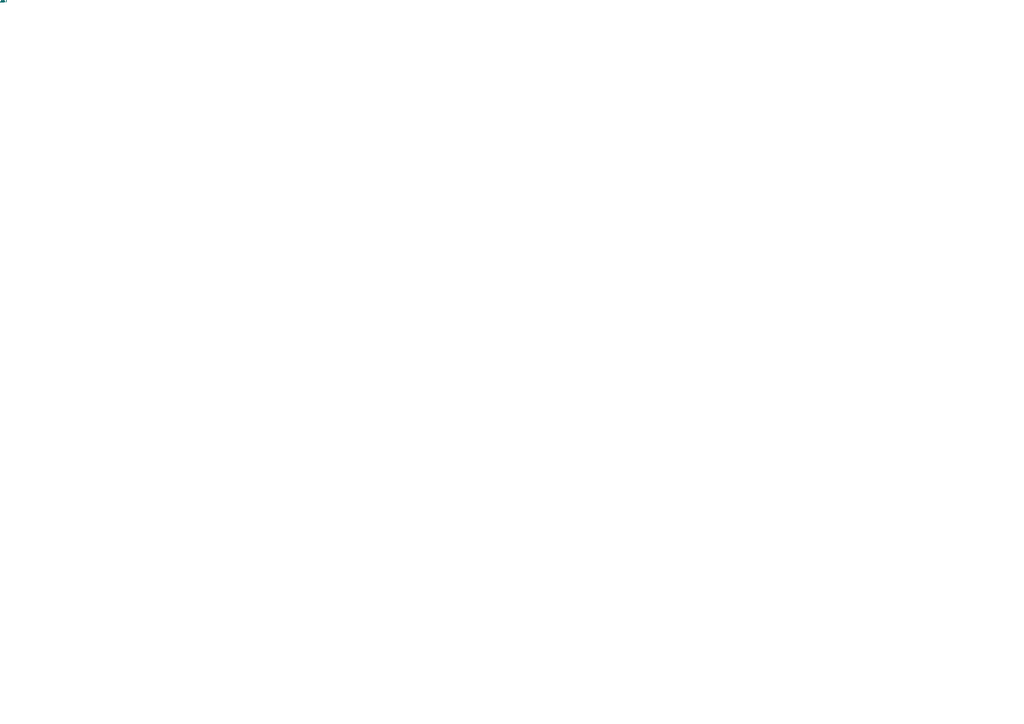
<source format=kicad_sch>
(kicad_sch (version 20230121) (generator "kicad-sch-api")
  (title_block (title "Symbol Test"))
  (lib_symbols
    (symbol "Device:R" (pin_numbers (hide yes)) (pin_names (offset 0))
      (property "Reference" "R" (at 2.032 0 90))
      (property "Value" "R" (at 0 0 90))
    )
    (symbol "Device:C" (pin_numbers (hide yes)) (pin_names (offset 0))
      (property "Reference" "C" (at 0.635 2.54 0))
      (property "Value" "C" (at 0.635 -2.54 0))
    )
  )
  (symbol (lib_id "Device:R") (at 100 100 0)
    (property "Reference" "R1")
    (property "Value" "10k")
  )
  (symbol (lib_id "Device:C") (at 150 100 0)
    (property "Reference" "C1")
    (property "Value" "0.1uF")
  )
)
</source>
